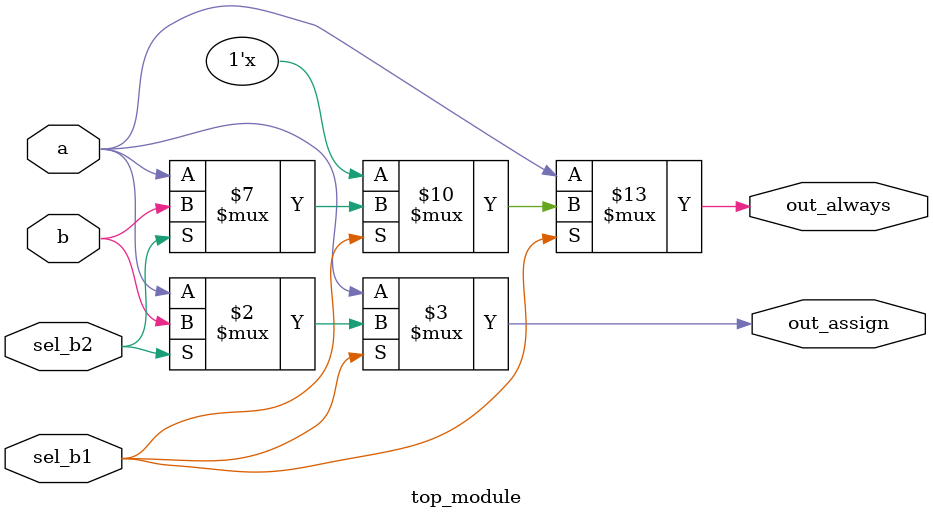
<source format=v>
module top_module(
    input a,
    input b,
    input sel_b1,
    input sel_b2,
    output wire out_assign,
    output reg out_always   ); 

    assign out_assign = (!sel_b1)?a:(sel_b2)?b:a;

    always @(*) begin
        if (!sel_b1) begin
            out_always = a;
        end
        else if (sel_b2) begin
            out_always = b;
        end
        else out_always = a;
    end

endmodule
</source>
